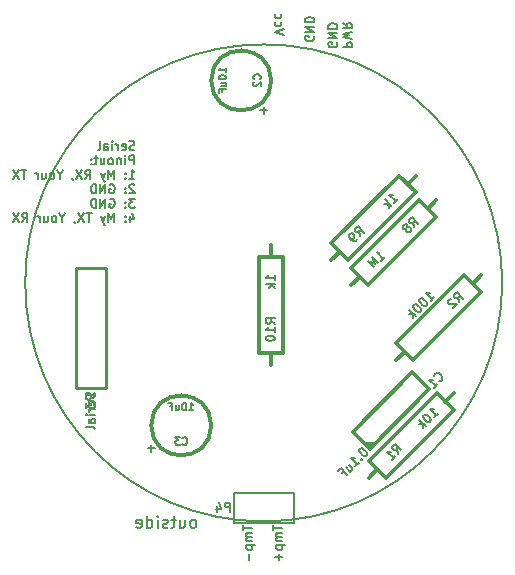
<source format=gbo>
G04 (created by PCBNEW (2013-07-07 BZR 4022)-stable) date 6/17/2014 7:27:19 PM*
%MOIN*%
G04 Gerber Fmt 3.4, Leading zero omitted, Abs format*
%FSLAX34Y34*%
G01*
G70*
G90*
G04 APERTURE LIST*
%ADD10C,0.00393701*%
%ADD11C,0.006*%
%ADD12C,0.008*%
%ADD13C,0.00787402*%
%ADD14C,0.01*%
%ADD15C,0.012*%
%ADD16C,0.005*%
G04 APERTURE END LIST*
G54D10*
G54D11*
X87628Y-46649D02*
X87928Y-46649D01*
X87928Y-46535D01*
X87914Y-46507D01*
X87900Y-46492D01*
X87871Y-46478D01*
X87828Y-46478D01*
X87800Y-46492D01*
X87785Y-46507D01*
X87771Y-46535D01*
X87771Y-46649D01*
X87928Y-46378D02*
X87628Y-46307D01*
X87842Y-46249D01*
X87628Y-46192D01*
X87928Y-46121D01*
X87628Y-45835D02*
X87771Y-45935D01*
X87628Y-46007D02*
X87928Y-46007D01*
X87928Y-45892D01*
X87914Y-45864D01*
X87900Y-45850D01*
X87871Y-45835D01*
X87828Y-45835D01*
X87800Y-45850D01*
X87785Y-45864D01*
X87771Y-45892D01*
X87771Y-46007D01*
X87434Y-46478D02*
X87448Y-46507D01*
X87448Y-46550D01*
X87434Y-46592D01*
X87405Y-46621D01*
X87377Y-46635D01*
X87320Y-46650D01*
X87277Y-46650D01*
X87220Y-46635D01*
X87191Y-46621D01*
X87162Y-46592D01*
X87148Y-46550D01*
X87148Y-46521D01*
X87162Y-46478D01*
X87177Y-46464D01*
X87277Y-46464D01*
X87277Y-46521D01*
X87148Y-46335D02*
X87448Y-46335D01*
X87148Y-46164D01*
X87448Y-46164D01*
X87148Y-46021D02*
X87448Y-46021D01*
X87448Y-45950D01*
X87434Y-45907D01*
X87405Y-45878D01*
X87377Y-45864D01*
X87320Y-45850D01*
X87277Y-45850D01*
X87220Y-45864D01*
X87191Y-45878D01*
X87162Y-45907D01*
X87148Y-45950D01*
X87148Y-46021D01*
X86664Y-46271D02*
X86678Y-46300D01*
X86678Y-46342D01*
X86664Y-46385D01*
X86635Y-46414D01*
X86607Y-46428D01*
X86550Y-46442D01*
X86507Y-46442D01*
X86450Y-46428D01*
X86421Y-46414D01*
X86392Y-46385D01*
X86378Y-46342D01*
X86378Y-46314D01*
X86392Y-46271D01*
X86407Y-46257D01*
X86507Y-46257D01*
X86507Y-46314D01*
X86378Y-46128D02*
X86678Y-46128D01*
X86378Y-45957D01*
X86678Y-45957D01*
X86378Y-45814D02*
X86678Y-45814D01*
X86678Y-45742D01*
X86664Y-45700D01*
X86635Y-45671D01*
X86607Y-45657D01*
X86550Y-45642D01*
X86507Y-45642D01*
X86450Y-45657D01*
X86421Y-45671D01*
X86392Y-45700D01*
X86378Y-45742D01*
X86378Y-45814D01*
X85678Y-46221D02*
X85378Y-46121D01*
X85678Y-46021D01*
X85392Y-45792D02*
X85378Y-45821D01*
X85378Y-45878D01*
X85392Y-45907D01*
X85407Y-45921D01*
X85435Y-45935D01*
X85521Y-45935D01*
X85550Y-45921D01*
X85564Y-45907D01*
X85578Y-45878D01*
X85578Y-45821D01*
X85564Y-45792D01*
X85392Y-45535D02*
X85378Y-45564D01*
X85378Y-45621D01*
X85392Y-45650D01*
X85407Y-45664D01*
X85435Y-45678D01*
X85521Y-45678D01*
X85550Y-45664D01*
X85564Y-45650D01*
X85578Y-45621D01*
X85578Y-45564D01*
X85564Y-45535D01*
X79357Y-58157D02*
X79371Y-58200D01*
X79371Y-58271D01*
X79357Y-58300D01*
X79342Y-58314D01*
X79314Y-58328D01*
X79285Y-58328D01*
X79257Y-58314D01*
X79242Y-58300D01*
X79228Y-58271D01*
X79214Y-58214D01*
X79200Y-58185D01*
X79185Y-58171D01*
X79157Y-58157D01*
X79128Y-58157D01*
X79100Y-58171D01*
X79085Y-58185D01*
X79071Y-58214D01*
X79071Y-58285D01*
X79085Y-58328D01*
X79357Y-58571D02*
X79371Y-58542D01*
X79371Y-58485D01*
X79357Y-58457D01*
X79328Y-58442D01*
X79214Y-58442D01*
X79185Y-58457D01*
X79171Y-58485D01*
X79171Y-58542D01*
X79185Y-58571D01*
X79214Y-58585D01*
X79242Y-58585D01*
X79271Y-58442D01*
X79371Y-58714D02*
X79171Y-58714D01*
X79228Y-58714D02*
X79200Y-58728D01*
X79185Y-58742D01*
X79171Y-58771D01*
X79171Y-58800D01*
X79371Y-58900D02*
X79171Y-58900D01*
X79071Y-58900D02*
X79085Y-58885D01*
X79100Y-58900D01*
X79085Y-58914D01*
X79071Y-58900D01*
X79100Y-58900D01*
X79371Y-59171D02*
X79214Y-59171D01*
X79185Y-59157D01*
X79171Y-59128D01*
X79171Y-59071D01*
X79185Y-59042D01*
X79357Y-59171D02*
X79371Y-59142D01*
X79371Y-59071D01*
X79357Y-59042D01*
X79328Y-59028D01*
X79300Y-59028D01*
X79271Y-59042D01*
X79257Y-59071D01*
X79257Y-59142D01*
X79242Y-59171D01*
X79371Y-59357D02*
X79357Y-59328D01*
X79328Y-59314D01*
X79071Y-59314D01*
X84321Y-62578D02*
X84321Y-62750D01*
X84621Y-62664D02*
X84321Y-62664D01*
X84621Y-62850D02*
X84421Y-62850D01*
X84450Y-62850D02*
X84435Y-62864D01*
X84421Y-62892D01*
X84421Y-62935D01*
X84435Y-62964D01*
X84464Y-62978D01*
X84621Y-62978D01*
X84464Y-62978D02*
X84435Y-62992D01*
X84421Y-63021D01*
X84421Y-63064D01*
X84435Y-63092D01*
X84464Y-63107D01*
X84621Y-63107D01*
X84421Y-63250D02*
X84721Y-63250D01*
X84435Y-63250D02*
X84421Y-63278D01*
X84421Y-63335D01*
X84435Y-63364D01*
X84450Y-63378D01*
X84478Y-63392D01*
X84564Y-63392D01*
X84592Y-63378D01*
X84607Y-63364D01*
X84621Y-63335D01*
X84621Y-63278D01*
X84607Y-63250D01*
X84507Y-63521D02*
X84507Y-63750D01*
X85321Y-62578D02*
X85321Y-62750D01*
X85621Y-62664D02*
X85321Y-62664D01*
X85621Y-62850D02*
X85421Y-62850D01*
X85450Y-62850D02*
X85435Y-62864D01*
X85421Y-62892D01*
X85421Y-62935D01*
X85435Y-62964D01*
X85464Y-62978D01*
X85621Y-62978D01*
X85464Y-62978D02*
X85435Y-62992D01*
X85421Y-63021D01*
X85421Y-63064D01*
X85435Y-63092D01*
X85464Y-63107D01*
X85621Y-63107D01*
X85421Y-63250D02*
X85721Y-63250D01*
X85435Y-63250D02*
X85421Y-63278D01*
X85421Y-63335D01*
X85435Y-63364D01*
X85450Y-63378D01*
X85478Y-63392D01*
X85564Y-63392D01*
X85592Y-63378D01*
X85607Y-63364D01*
X85621Y-63335D01*
X85621Y-63278D01*
X85607Y-63250D01*
X85507Y-63521D02*
X85507Y-63750D01*
X85621Y-63635D02*
X85392Y-63635D01*
X80692Y-50057D02*
X80650Y-50071D01*
X80578Y-50071D01*
X80550Y-50057D01*
X80535Y-50042D01*
X80521Y-50014D01*
X80521Y-49985D01*
X80535Y-49957D01*
X80550Y-49942D01*
X80578Y-49928D01*
X80635Y-49914D01*
X80664Y-49900D01*
X80678Y-49885D01*
X80692Y-49857D01*
X80692Y-49828D01*
X80678Y-49800D01*
X80664Y-49785D01*
X80635Y-49771D01*
X80564Y-49771D01*
X80521Y-49785D01*
X80278Y-50057D02*
X80307Y-50071D01*
X80364Y-50071D01*
X80392Y-50057D01*
X80407Y-50028D01*
X80407Y-49914D01*
X80392Y-49885D01*
X80364Y-49871D01*
X80307Y-49871D01*
X80278Y-49885D01*
X80264Y-49914D01*
X80264Y-49942D01*
X80407Y-49971D01*
X80135Y-50071D02*
X80135Y-49871D01*
X80135Y-49928D02*
X80121Y-49900D01*
X80107Y-49885D01*
X80078Y-49871D01*
X80050Y-49871D01*
X79950Y-50071D02*
X79950Y-49871D01*
X79950Y-49771D02*
X79964Y-49785D01*
X79950Y-49800D01*
X79935Y-49785D01*
X79950Y-49771D01*
X79950Y-49800D01*
X79678Y-50071D02*
X79678Y-49914D01*
X79692Y-49885D01*
X79721Y-49871D01*
X79778Y-49871D01*
X79807Y-49885D01*
X79678Y-50057D02*
X79707Y-50071D01*
X79778Y-50071D01*
X79807Y-50057D01*
X79821Y-50028D01*
X79821Y-50000D01*
X79807Y-49971D01*
X79778Y-49957D01*
X79707Y-49957D01*
X79678Y-49942D01*
X79492Y-50071D02*
X79521Y-50057D01*
X79535Y-50028D01*
X79535Y-49771D01*
X80678Y-50551D02*
X80678Y-50251D01*
X80564Y-50251D01*
X80535Y-50265D01*
X80521Y-50280D01*
X80507Y-50308D01*
X80507Y-50351D01*
X80521Y-50380D01*
X80535Y-50394D01*
X80564Y-50408D01*
X80678Y-50408D01*
X80378Y-50551D02*
X80378Y-50351D01*
X80378Y-50251D02*
X80392Y-50265D01*
X80378Y-50280D01*
X80364Y-50265D01*
X80378Y-50251D01*
X80378Y-50280D01*
X80235Y-50351D02*
X80235Y-50551D01*
X80235Y-50380D02*
X80221Y-50365D01*
X80192Y-50351D01*
X80150Y-50351D01*
X80121Y-50365D01*
X80107Y-50394D01*
X80107Y-50551D01*
X79921Y-50551D02*
X79950Y-50537D01*
X79964Y-50522D01*
X79978Y-50494D01*
X79978Y-50408D01*
X79964Y-50380D01*
X79950Y-50365D01*
X79921Y-50351D01*
X79878Y-50351D01*
X79850Y-50365D01*
X79835Y-50380D01*
X79821Y-50408D01*
X79821Y-50494D01*
X79835Y-50522D01*
X79850Y-50537D01*
X79878Y-50551D01*
X79921Y-50551D01*
X79564Y-50351D02*
X79564Y-50551D01*
X79692Y-50351D02*
X79692Y-50508D01*
X79678Y-50537D01*
X79649Y-50551D01*
X79607Y-50551D01*
X79578Y-50537D01*
X79564Y-50522D01*
X79464Y-50351D02*
X79349Y-50351D01*
X79421Y-50251D02*
X79421Y-50508D01*
X79407Y-50537D01*
X79378Y-50551D01*
X79349Y-50551D01*
X79249Y-50522D02*
X79235Y-50537D01*
X79249Y-50551D01*
X79264Y-50537D01*
X79249Y-50522D01*
X79249Y-50551D01*
X79249Y-50365D02*
X79235Y-50380D01*
X79249Y-50394D01*
X79264Y-50380D01*
X79249Y-50365D01*
X79249Y-50394D01*
X80521Y-51031D02*
X80692Y-51031D01*
X80607Y-51031D02*
X80607Y-50731D01*
X80635Y-50774D01*
X80664Y-50802D01*
X80692Y-50817D01*
X80392Y-51002D02*
X80378Y-51017D01*
X80392Y-51031D01*
X80407Y-51017D01*
X80392Y-51002D01*
X80392Y-51031D01*
X80392Y-50845D02*
X80378Y-50860D01*
X80392Y-50874D01*
X80407Y-50860D01*
X80392Y-50845D01*
X80392Y-50874D01*
X80021Y-51031D02*
X80021Y-50731D01*
X79921Y-50945D01*
X79821Y-50731D01*
X79821Y-51031D01*
X79707Y-50831D02*
X79635Y-51031D01*
X79564Y-50831D02*
X79635Y-51031D01*
X79664Y-51102D01*
X79678Y-51117D01*
X79707Y-51131D01*
X79050Y-51031D02*
X79150Y-50888D01*
X79221Y-51031D02*
X79221Y-50731D01*
X79107Y-50731D01*
X79078Y-50745D01*
X79064Y-50760D01*
X79050Y-50788D01*
X79050Y-50831D01*
X79064Y-50860D01*
X79078Y-50874D01*
X79107Y-50888D01*
X79221Y-50888D01*
X78950Y-50731D02*
X78750Y-51031D01*
X78750Y-50731D02*
X78950Y-51031D01*
X78621Y-51017D02*
X78621Y-51031D01*
X78635Y-51060D01*
X78650Y-51074D01*
X78207Y-50888D02*
X78207Y-51031D01*
X78307Y-50731D02*
X78207Y-50888D01*
X78107Y-50731D01*
X77964Y-51031D02*
X77992Y-51017D01*
X78007Y-51002D01*
X78021Y-50974D01*
X78021Y-50888D01*
X78007Y-50860D01*
X77992Y-50845D01*
X77964Y-50831D01*
X77921Y-50831D01*
X77892Y-50845D01*
X77878Y-50860D01*
X77864Y-50888D01*
X77864Y-50974D01*
X77878Y-51002D01*
X77892Y-51017D01*
X77921Y-51031D01*
X77964Y-51031D01*
X77607Y-50831D02*
X77607Y-51031D01*
X77735Y-50831D02*
X77735Y-50988D01*
X77721Y-51017D01*
X77692Y-51031D01*
X77650Y-51031D01*
X77621Y-51017D01*
X77607Y-51002D01*
X77464Y-51031D02*
X77464Y-50831D01*
X77464Y-50888D02*
X77450Y-50860D01*
X77435Y-50845D01*
X77407Y-50831D01*
X77378Y-50831D01*
X77092Y-50731D02*
X76921Y-50731D01*
X77007Y-51031D02*
X77007Y-50731D01*
X76850Y-50731D02*
X76650Y-51031D01*
X76650Y-50731D02*
X76850Y-51031D01*
X80692Y-51240D02*
X80678Y-51225D01*
X80650Y-51211D01*
X80578Y-51211D01*
X80550Y-51225D01*
X80535Y-51240D01*
X80521Y-51268D01*
X80521Y-51297D01*
X80535Y-51340D01*
X80707Y-51511D01*
X80521Y-51511D01*
X80392Y-51482D02*
X80378Y-51497D01*
X80392Y-51511D01*
X80407Y-51497D01*
X80392Y-51482D01*
X80392Y-51511D01*
X80392Y-51325D02*
X80378Y-51340D01*
X80392Y-51354D01*
X80407Y-51340D01*
X80392Y-51325D01*
X80392Y-51354D01*
X79864Y-51225D02*
X79892Y-51211D01*
X79935Y-51211D01*
X79978Y-51225D01*
X80007Y-51254D01*
X80021Y-51282D01*
X80035Y-51340D01*
X80035Y-51382D01*
X80021Y-51440D01*
X80007Y-51468D01*
X79978Y-51497D01*
X79935Y-51511D01*
X79907Y-51511D01*
X79864Y-51497D01*
X79850Y-51482D01*
X79850Y-51382D01*
X79907Y-51382D01*
X79721Y-51511D02*
X79721Y-51211D01*
X79550Y-51511D01*
X79550Y-51211D01*
X79407Y-51511D02*
X79407Y-51211D01*
X79335Y-51211D01*
X79292Y-51225D01*
X79264Y-51254D01*
X79250Y-51282D01*
X79235Y-51340D01*
X79235Y-51382D01*
X79250Y-51440D01*
X79264Y-51468D01*
X79292Y-51497D01*
X79335Y-51511D01*
X79407Y-51511D01*
X80707Y-51691D02*
X80521Y-51691D01*
X80621Y-51805D01*
X80578Y-51805D01*
X80550Y-51820D01*
X80535Y-51834D01*
X80521Y-51862D01*
X80521Y-51934D01*
X80535Y-51962D01*
X80550Y-51977D01*
X80578Y-51991D01*
X80664Y-51991D01*
X80692Y-51977D01*
X80707Y-51962D01*
X80392Y-51962D02*
X80378Y-51977D01*
X80392Y-51991D01*
X80407Y-51977D01*
X80392Y-51962D01*
X80392Y-51991D01*
X80392Y-51805D02*
X80378Y-51820D01*
X80392Y-51834D01*
X80407Y-51820D01*
X80392Y-51805D01*
X80392Y-51834D01*
X79864Y-51705D02*
X79892Y-51691D01*
X79935Y-51691D01*
X79978Y-51705D01*
X80007Y-51734D01*
X80021Y-51762D01*
X80035Y-51820D01*
X80035Y-51862D01*
X80021Y-51920D01*
X80007Y-51948D01*
X79978Y-51977D01*
X79935Y-51991D01*
X79907Y-51991D01*
X79864Y-51977D01*
X79850Y-51962D01*
X79850Y-51862D01*
X79907Y-51862D01*
X79721Y-51991D02*
X79721Y-51691D01*
X79550Y-51991D01*
X79550Y-51691D01*
X79407Y-51991D02*
X79407Y-51691D01*
X79335Y-51691D01*
X79292Y-51705D01*
X79264Y-51734D01*
X79250Y-51762D01*
X79235Y-51820D01*
X79235Y-51862D01*
X79250Y-51920D01*
X79264Y-51948D01*
X79292Y-51977D01*
X79335Y-51991D01*
X79407Y-51991D01*
X80550Y-52271D02*
X80550Y-52471D01*
X80621Y-52157D02*
X80692Y-52371D01*
X80507Y-52371D01*
X80392Y-52442D02*
X80378Y-52457D01*
X80392Y-52471D01*
X80407Y-52457D01*
X80392Y-52442D01*
X80392Y-52471D01*
X80392Y-52285D02*
X80378Y-52300D01*
X80392Y-52314D01*
X80407Y-52300D01*
X80392Y-52285D01*
X80392Y-52314D01*
X80021Y-52471D02*
X80021Y-52171D01*
X79921Y-52385D01*
X79821Y-52171D01*
X79821Y-52471D01*
X79707Y-52271D02*
X79635Y-52471D01*
X79564Y-52271D02*
X79635Y-52471D01*
X79664Y-52542D01*
X79678Y-52557D01*
X79707Y-52571D01*
X79264Y-52171D02*
X79092Y-52171D01*
X79178Y-52471D02*
X79178Y-52171D01*
X79021Y-52171D02*
X78821Y-52471D01*
X78821Y-52171D02*
X79021Y-52471D01*
X78692Y-52457D02*
X78692Y-52471D01*
X78707Y-52500D01*
X78721Y-52514D01*
X78278Y-52328D02*
X78278Y-52471D01*
X78378Y-52171D02*
X78278Y-52328D01*
X78178Y-52171D01*
X78035Y-52471D02*
X78064Y-52457D01*
X78078Y-52442D01*
X78092Y-52414D01*
X78092Y-52328D01*
X78078Y-52300D01*
X78064Y-52285D01*
X78035Y-52271D01*
X77992Y-52271D01*
X77964Y-52285D01*
X77950Y-52300D01*
X77935Y-52328D01*
X77935Y-52414D01*
X77950Y-52442D01*
X77964Y-52457D01*
X77992Y-52471D01*
X78035Y-52471D01*
X77678Y-52271D02*
X77678Y-52471D01*
X77807Y-52271D02*
X77807Y-52428D01*
X77792Y-52457D01*
X77764Y-52471D01*
X77721Y-52471D01*
X77692Y-52457D01*
X77678Y-52442D01*
X77535Y-52471D02*
X77535Y-52271D01*
X77535Y-52328D02*
X77521Y-52300D01*
X77507Y-52285D01*
X77478Y-52271D01*
X77450Y-52271D01*
X76950Y-52471D02*
X77050Y-52328D01*
X77121Y-52471D02*
X77121Y-52171D01*
X77007Y-52171D01*
X76978Y-52185D01*
X76964Y-52200D01*
X76950Y-52228D01*
X76950Y-52271D01*
X76964Y-52300D01*
X76978Y-52314D01*
X77007Y-52328D01*
X77121Y-52328D01*
X76850Y-52171D02*
X76650Y-52471D01*
X76650Y-52171D02*
X76850Y-52471D01*
G54D12*
X82683Y-62661D02*
X82721Y-62642D01*
X82740Y-62623D01*
X82759Y-62585D01*
X82759Y-62471D01*
X82740Y-62433D01*
X82721Y-62414D01*
X82683Y-62395D01*
X82626Y-62395D01*
X82588Y-62414D01*
X82569Y-62433D01*
X82550Y-62471D01*
X82550Y-62585D01*
X82569Y-62623D01*
X82588Y-62642D01*
X82626Y-62661D01*
X82683Y-62661D01*
X82207Y-62395D02*
X82207Y-62661D01*
X82378Y-62395D02*
X82378Y-62604D01*
X82359Y-62642D01*
X82321Y-62661D01*
X82264Y-62661D01*
X82226Y-62642D01*
X82207Y-62623D01*
X82073Y-62395D02*
X81921Y-62395D01*
X82016Y-62261D02*
X82016Y-62604D01*
X81997Y-62642D01*
X81959Y-62661D01*
X81921Y-62661D01*
X81807Y-62642D02*
X81769Y-62661D01*
X81692Y-62661D01*
X81654Y-62642D01*
X81635Y-62604D01*
X81635Y-62585D01*
X81654Y-62547D01*
X81692Y-62528D01*
X81750Y-62528D01*
X81788Y-62509D01*
X81807Y-62471D01*
X81807Y-62452D01*
X81788Y-62414D01*
X81750Y-62395D01*
X81692Y-62395D01*
X81654Y-62414D01*
X81464Y-62661D02*
X81464Y-62395D01*
X81464Y-62261D02*
X81483Y-62280D01*
X81464Y-62300D01*
X81445Y-62280D01*
X81464Y-62261D01*
X81464Y-62300D01*
X81102Y-62661D02*
X81102Y-62261D01*
X81102Y-62642D02*
X81140Y-62661D01*
X81216Y-62661D01*
X81254Y-62642D01*
X81273Y-62623D01*
X81292Y-62585D01*
X81292Y-62471D01*
X81273Y-62433D01*
X81254Y-62414D01*
X81216Y-62395D01*
X81140Y-62395D01*
X81102Y-62414D01*
X80759Y-62642D02*
X80797Y-62661D01*
X80873Y-62661D01*
X80911Y-62642D01*
X80930Y-62604D01*
X80930Y-62452D01*
X80911Y-62414D01*
X80873Y-62395D01*
X80797Y-62395D01*
X80759Y-62414D01*
X80740Y-62452D01*
X80740Y-62490D01*
X80930Y-62528D01*
G54D13*
X92950Y-54500D02*
G75*
G03X92950Y-54500I-7950J0D01*
G74*
G01*
G54D14*
X78750Y-54000D02*
X78750Y-58000D01*
X79750Y-54000D02*
X79750Y-58000D01*
X79750Y-58000D02*
X78750Y-58000D01*
X78750Y-54000D02*
X79750Y-54000D01*
G54D11*
X86000Y-62500D02*
X86000Y-61500D01*
X86000Y-61500D02*
X84000Y-61500D01*
X84000Y-61500D02*
X84000Y-62500D01*
X84000Y-62500D02*
X86000Y-62500D01*
G54D15*
X88542Y-60022D02*
X90522Y-58042D01*
X90522Y-58042D02*
X89957Y-57477D01*
X89957Y-57477D02*
X87977Y-59457D01*
X87977Y-59457D02*
X88542Y-60022D01*
X88401Y-59881D02*
X88684Y-59881D01*
X90750Y-51750D02*
X90467Y-52032D01*
X90467Y-52032D02*
X90184Y-51750D01*
X90184Y-51750D02*
X87921Y-54012D01*
X87921Y-54012D02*
X88487Y-54578D01*
X88487Y-54578D02*
X90750Y-52315D01*
X90750Y-52315D02*
X90467Y-52032D01*
X87921Y-54578D02*
X88204Y-54295D01*
X88500Y-61000D02*
X88782Y-60717D01*
X88782Y-60717D02*
X89065Y-61000D01*
X89065Y-61000D02*
X91328Y-58737D01*
X91328Y-58737D02*
X90762Y-58171D01*
X90762Y-58171D02*
X88500Y-60434D01*
X88500Y-60434D02*
X88782Y-60717D01*
X91328Y-58171D02*
X91045Y-58454D01*
X92250Y-54250D02*
X91967Y-54532D01*
X91967Y-54532D02*
X91684Y-54250D01*
X91684Y-54250D02*
X89421Y-56512D01*
X89421Y-56512D02*
X89987Y-57078D01*
X89987Y-57078D02*
X92250Y-54815D01*
X92250Y-54815D02*
X91967Y-54532D01*
X89421Y-57078D02*
X89704Y-56795D01*
X87250Y-53750D02*
X87532Y-53467D01*
X87532Y-53467D02*
X87815Y-53750D01*
X87815Y-53750D02*
X90078Y-51487D01*
X90078Y-51487D02*
X89512Y-50921D01*
X89512Y-50921D02*
X87250Y-53184D01*
X87250Y-53184D02*
X87532Y-53467D01*
X90078Y-50921D02*
X89795Y-51204D01*
X85250Y-57250D02*
X85250Y-56850D01*
X85250Y-56850D02*
X85650Y-56850D01*
X85650Y-56850D02*
X85650Y-53650D01*
X85650Y-53650D02*
X84850Y-53650D01*
X84850Y-53650D02*
X84850Y-56850D01*
X84850Y-56850D02*
X85250Y-56850D01*
X85250Y-53250D02*
X85250Y-53650D01*
X85250Y-47750D02*
G75*
G03X85250Y-47750I-1000J0D01*
G74*
G01*
X83250Y-59250D02*
G75*
G03X83250Y-59250I-1000J0D01*
G74*
G01*
G54D11*
X79371Y-58228D02*
X79071Y-58228D01*
X79071Y-58342D01*
X79085Y-58371D01*
X79100Y-58385D01*
X79128Y-58400D01*
X79171Y-58400D01*
X79200Y-58385D01*
X79214Y-58371D01*
X79228Y-58342D01*
X79228Y-58228D01*
X79071Y-58500D02*
X79071Y-58685D01*
X79185Y-58585D01*
X79185Y-58628D01*
X79200Y-58657D01*
X79214Y-58671D01*
X79242Y-58685D01*
X79314Y-58685D01*
X79342Y-58671D01*
X79357Y-58657D01*
X79371Y-58628D01*
X79371Y-58542D01*
X79357Y-58514D01*
X79342Y-58500D01*
X83871Y-62121D02*
X83871Y-61821D01*
X83757Y-61821D01*
X83728Y-61835D01*
X83714Y-61850D01*
X83700Y-61878D01*
X83700Y-61921D01*
X83714Y-61950D01*
X83728Y-61964D01*
X83757Y-61978D01*
X83871Y-61978D01*
X83442Y-61921D02*
X83442Y-62121D01*
X83514Y-61807D02*
X83585Y-62021D01*
X83400Y-62021D01*
X90851Y-57780D02*
X90871Y-57780D01*
X90911Y-57760D01*
X90931Y-57739D01*
X90952Y-57699D01*
X90952Y-57659D01*
X90941Y-57628D01*
X90911Y-57578D01*
X90881Y-57547D01*
X90830Y-57517D01*
X90800Y-57507D01*
X90760Y-57507D01*
X90719Y-57527D01*
X90699Y-57547D01*
X90679Y-57588D01*
X90679Y-57608D01*
X90669Y-58002D02*
X90790Y-57881D01*
X90729Y-57941D02*
X90517Y-57729D01*
X90568Y-57739D01*
X90608Y-57739D01*
X90638Y-57729D01*
X88222Y-60025D02*
X88202Y-60045D01*
X88191Y-60075D01*
X88191Y-60095D01*
X88202Y-60126D01*
X88232Y-60176D01*
X88282Y-60227D01*
X88333Y-60257D01*
X88363Y-60267D01*
X88383Y-60267D01*
X88414Y-60257D01*
X88434Y-60237D01*
X88444Y-60207D01*
X88444Y-60186D01*
X88434Y-60156D01*
X88404Y-60106D01*
X88353Y-60055D01*
X88303Y-60025D01*
X88272Y-60015D01*
X88252Y-60015D01*
X88222Y-60025D01*
X88252Y-60378D02*
X88252Y-60398D01*
X88272Y-60398D01*
X88272Y-60378D01*
X88252Y-60378D01*
X88272Y-60398D01*
X88060Y-60611D02*
X88181Y-60489D01*
X88121Y-60550D02*
X87909Y-60338D01*
X87959Y-60348D01*
X88000Y-60348D01*
X88030Y-60338D01*
X87737Y-60651D02*
X87878Y-60792D01*
X87828Y-60560D02*
X87939Y-60671D01*
X87949Y-60702D01*
X87939Y-60732D01*
X87909Y-60762D01*
X87878Y-60772D01*
X87858Y-60772D01*
X87595Y-60853D02*
X87666Y-60782D01*
X87777Y-60893D02*
X87565Y-60681D01*
X87464Y-60782D01*
X90022Y-52649D02*
X89992Y-52477D01*
X90143Y-52527D02*
X89931Y-52315D01*
X89850Y-52396D01*
X89840Y-52426D01*
X89840Y-52447D01*
X89850Y-52477D01*
X89881Y-52507D01*
X89911Y-52517D01*
X89931Y-52517D01*
X89962Y-52507D01*
X90042Y-52426D01*
X89780Y-52649D02*
X89790Y-52618D01*
X89790Y-52598D01*
X89780Y-52568D01*
X89770Y-52558D01*
X89739Y-52548D01*
X89719Y-52548D01*
X89689Y-52558D01*
X89648Y-52598D01*
X89638Y-52628D01*
X89638Y-52649D01*
X89648Y-52679D01*
X89659Y-52689D01*
X89689Y-52699D01*
X89709Y-52699D01*
X89739Y-52689D01*
X89780Y-52649D01*
X89810Y-52638D01*
X89830Y-52638D01*
X89861Y-52649D01*
X89901Y-52689D01*
X89911Y-52719D01*
X89911Y-52739D01*
X89901Y-52770D01*
X89861Y-52810D01*
X89830Y-52820D01*
X89810Y-52820D01*
X89780Y-52810D01*
X89739Y-52770D01*
X89729Y-52739D01*
X89729Y-52719D01*
X89739Y-52689D01*
X88916Y-53755D02*
X89037Y-53633D01*
X88977Y-53694D02*
X88765Y-53482D01*
X88815Y-53492D01*
X88855Y-53492D01*
X88886Y-53482D01*
X88825Y-53846D02*
X88613Y-53633D01*
X88694Y-53856D01*
X88472Y-53775D01*
X88684Y-53987D01*
X89469Y-60201D02*
X89439Y-60030D01*
X89590Y-60080D02*
X89378Y-59868D01*
X89298Y-59949D01*
X89287Y-59979D01*
X89287Y-59999D01*
X89298Y-60030D01*
X89328Y-60060D01*
X89358Y-60070D01*
X89378Y-60070D01*
X89409Y-60060D01*
X89489Y-59979D01*
X89267Y-60404D02*
X89388Y-60282D01*
X89328Y-60343D02*
X89116Y-60131D01*
X89166Y-60141D01*
X89207Y-60141D01*
X89237Y-60131D01*
X90692Y-58979D02*
X90813Y-58858D01*
X90752Y-58919D02*
X90540Y-58706D01*
X90591Y-58717D01*
X90631Y-58717D01*
X90661Y-58706D01*
X90348Y-58898D02*
X90328Y-58919D01*
X90318Y-58949D01*
X90318Y-58969D01*
X90328Y-58999D01*
X90358Y-59050D01*
X90409Y-59100D01*
X90459Y-59131D01*
X90490Y-59141D01*
X90510Y-59141D01*
X90540Y-59131D01*
X90560Y-59111D01*
X90570Y-59080D01*
X90570Y-59060D01*
X90560Y-59030D01*
X90530Y-58979D01*
X90479Y-58929D01*
X90429Y-58898D01*
X90399Y-58888D01*
X90378Y-58888D01*
X90348Y-58898D01*
X90399Y-59272D02*
X90186Y-59060D01*
X90298Y-59212D02*
X90318Y-59353D01*
X90176Y-59212D02*
X90338Y-59212D01*
X91522Y-55149D02*
X91492Y-54977D01*
X91643Y-55027D02*
X91431Y-54815D01*
X91350Y-54896D01*
X91340Y-54926D01*
X91340Y-54947D01*
X91350Y-54977D01*
X91381Y-55007D01*
X91411Y-55017D01*
X91431Y-55017D01*
X91462Y-55007D01*
X91542Y-54926D01*
X91249Y-55037D02*
X91229Y-55037D01*
X91199Y-55048D01*
X91148Y-55098D01*
X91138Y-55128D01*
X91138Y-55149D01*
X91148Y-55179D01*
X91169Y-55199D01*
X91209Y-55219D01*
X91451Y-55219D01*
X91320Y-55351D01*
X90563Y-55108D02*
X90684Y-54987D01*
X90623Y-55047D02*
X90411Y-54835D01*
X90462Y-54845D01*
X90502Y-54845D01*
X90532Y-54835D01*
X90219Y-55027D02*
X90199Y-55047D01*
X90189Y-55078D01*
X90189Y-55098D01*
X90199Y-55128D01*
X90229Y-55179D01*
X90280Y-55229D01*
X90330Y-55260D01*
X90361Y-55270D01*
X90381Y-55270D01*
X90411Y-55260D01*
X90431Y-55239D01*
X90441Y-55209D01*
X90441Y-55189D01*
X90431Y-55159D01*
X90401Y-55108D01*
X90351Y-55058D01*
X90300Y-55027D01*
X90270Y-55017D01*
X90249Y-55017D01*
X90219Y-55027D01*
X90017Y-55229D02*
X89997Y-55250D01*
X89987Y-55280D01*
X89987Y-55300D01*
X89997Y-55330D01*
X90027Y-55381D01*
X90078Y-55431D01*
X90128Y-55462D01*
X90159Y-55472D01*
X90179Y-55472D01*
X90209Y-55462D01*
X90229Y-55441D01*
X90239Y-55411D01*
X90239Y-55391D01*
X90229Y-55361D01*
X90199Y-55310D01*
X90148Y-55260D01*
X90098Y-55229D01*
X90068Y-55219D01*
X90047Y-55219D01*
X90017Y-55229D01*
X90068Y-55603D02*
X89856Y-55391D01*
X89967Y-55542D02*
X89987Y-55684D01*
X89845Y-55542D02*
X90007Y-55542D01*
X88219Y-52951D02*
X88189Y-52780D01*
X88340Y-52830D02*
X88128Y-52618D01*
X88048Y-52699D01*
X88037Y-52729D01*
X88037Y-52749D01*
X88048Y-52780D01*
X88078Y-52810D01*
X88108Y-52820D01*
X88128Y-52820D01*
X88159Y-52810D01*
X88239Y-52729D01*
X88118Y-53052D02*
X88078Y-53093D01*
X88048Y-53103D01*
X88027Y-53103D01*
X87977Y-53093D01*
X87926Y-53063D01*
X87845Y-52982D01*
X87835Y-52951D01*
X87835Y-52931D01*
X87845Y-52901D01*
X87886Y-52861D01*
X87916Y-52850D01*
X87936Y-52850D01*
X87967Y-52861D01*
X88017Y-52911D01*
X88027Y-52941D01*
X88027Y-52962D01*
X88017Y-52992D01*
X87977Y-53032D01*
X87947Y-53042D01*
X87926Y-53042D01*
X87896Y-53032D01*
X89341Y-51830D02*
X89462Y-51709D01*
X89401Y-51770D02*
X89189Y-51557D01*
X89240Y-51568D01*
X89280Y-51568D01*
X89310Y-51557D01*
X89250Y-51921D02*
X89037Y-51709D01*
X89149Y-51861D02*
X89169Y-52002D01*
X89027Y-51861D02*
X89189Y-51861D01*
X85371Y-55857D02*
X85228Y-55757D01*
X85371Y-55685D02*
X85071Y-55685D01*
X85071Y-55800D01*
X85085Y-55828D01*
X85100Y-55842D01*
X85128Y-55857D01*
X85171Y-55857D01*
X85200Y-55842D01*
X85214Y-55828D01*
X85228Y-55800D01*
X85228Y-55685D01*
X85371Y-56142D02*
X85371Y-55971D01*
X85371Y-56057D02*
X85071Y-56057D01*
X85114Y-56028D01*
X85142Y-56000D01*
X85157Y-55971D01*
X85071Y-56328D02*
X85071Y-56357D01*
X85085Y-56385D01*
X85100Y-56400D01*
X85128Y-56414D01*
X85185Y-56428D01*
X85257Y-56428D01*
X85314Y-56414D01*
X85342Y-56400D01*
X85357Y-56385D01*
X85371Y-56357D01*
X85371Y-56328D01*
X85357Y-56300D01*
X85342Y-56285D01*
X85314Y-56271D01*
X85257Y-56257D01*
X85185Y-56257D01*
X85128Y-56271D01*
X85100Y-56285D01*
X85085Y-56300D01*
X85071Y-56328D01*
X85371Y-54414D02*
X85371Y-54242D01*
X85371Y-54328D02*
X85071Y-54328D01*
X85114Y-54300D01*
X85142Y-54271D01*
X85157Y-54242D01*
X85371Y-54542D02*
X85071Y-54542D01*
X85257Y-54571D02*
X85371Y-54657D01*
X85171Y-54657D02*
X85285Y-54542D01*
G54D16*
X84877Y-47708D02*
X84889Y-47696D01*
X84901Y-47660D01*
X84901Y-47636D01*
X84889Y-47601D01*
X84865Y-47577D01*
X84841Y-47565D01*
X84794Y-47553D01*
X84758Y-47553D01*
X84710Y-47565D01*
X84686Y-47577D01*
X84663Y-47601D01*
X84651Y-47636D01*
X84651Y-47660D01*
X84663Y-47696D01*
X84675Y-47708D01*
X84675Y-47803D02*
X84663Y-47815D01*
X84651Y-47839D01*
X84651Y-47898D01*
X84663Y-47922D01*
X84675Y-47934D01*
X84698Y-47946D01*
X84722Y-47946D01*
X84758Y-47934D01*
X84901Y-47791D01*
X84901Y-47946D01*
X83751Y-47482D02*
X83751Y-47339D01*
X83751Y-47410D02*
X83501Y-47410D01*
X83536Y-47386D01*
X83560Y-47363D01*
X83572Y-47339D01*
X83501Y-47636D02*
X83501Y-47660D01*
X83513Y-47684D01*
X83525Y-47696D01*
X83548Y-47708D01*
X83596Y-47720D01*
X83655Y-47720D01*
X83703Y-47708D01*
X83727Y-47696D01*
X83739Y-47684D01*
X83751Y-47660D01*
X83751Y-47636D01*
X83739Y-47613D01*
X83727Y-47601D01*
X83703Y-47589D01*
X83655Y-47577D01*
X83596Y-47577D01*
X83548Y-47589D01*
X83525Y-47601D01*
X83513Y-47613D01*
X83501Y-47636D01*
X83584Y-47934D02*
X83751Y-47934D01*
X83584Y-47827D02*
X83715Y-47827D01*
X83739Y-47839D01*
X83751Y-47863D01*
X83751Y-47898D01*
X83739Y-47922D01*
X83727Y-47934D01*
X83620Y-48136D02*
X83620Y-48053D01*
X83751Y-48053D02*
X83501Y-48053D01*
X83501Y-48172D01*
G54D11*
X85007Y-48635D02*
X85007Y-48864D01*
X85121Y-48750D02*
X84892Y-48750D01*
G54D16*
X82291Y-59877D02*
X82303Y-59889D01*
X82339Y-59901D01*
X82363Y-59901D01*
X82398Y-59889D01*
X82422Y-59865D01*
X82434Y-59841D01*
X82446Y-59794D01*
X82446Y-59758D01*
X82434Y-59710D01*
X82422Y-59686D01*
X82398Y-59663D01*
X82363Y-59651D01*
X82339Y-59651D01*
X82303Y-59663D01*
X82291Y-59675D01*
X82208Y-59651D02*
X82053Y-59651D01*
X82136Y-59746D01*
X82101Y-59746D01*
X82077Y-59758D01*
X82065Y-59770D01*
X82053Y-59794D01*
X82053Y-59853D01*
X82065Y-59877D01*
X82077Y-59889D01*
X82101Y-59901D01*
X82172Y-59901D01*
X82196Y-59889D01*
X82208Y-59877D01*
X82517Y-58751D02*
X82660Y-58751D01*
X82589Y-58751D02*
X82589Y-58501D01*
X82613Y-58536D01*
X82636Y-58560D01*
X82660Y-58572D01*
X82363Y-58501D02*
X82339Y-58501D01*
X82315Y-58513D01*
X82303Y-58525D01*
X82291Y-58548D01*
X82279Y-58596D01*
X82279Y-58655D01*
X82291Y-58703D01*
X82303Y-58727D01*
X82315Y-58739D01*
X82339Y-58751D01*
X82363Y-58751D01*
X82386Y-58739D01*
X82398Y-58727D01*
X82410Y-58703D01*
X82422Y-58655D01*
X82422Y-58596D01*
X82410Y-58548D01*
X82398Y-58525D01*
X82386Y-58513D01*
X82363Y-58501D01*
X82065Y-58584D02*
X82065Y-58751D01*
X82172Y-58584D02*
X82172Y-58715D01*
X82160Y-58739D01*
X82136Y-58751D01*
X82101Y-58751D01*
X82077Y-58739D01*
X82065Y-58727D01*
X81863Y-58620D02*
X81946Y-58620D01*
X81946Y-58751D02*
X81946Y-58501D01*
X81827Y-58501D01*
G54D11*
X81364Y-60007D02*
X81135Y-60007D01*
X81250Y-60121D02*
X81250Y-59892D01*
M02*

</source>
